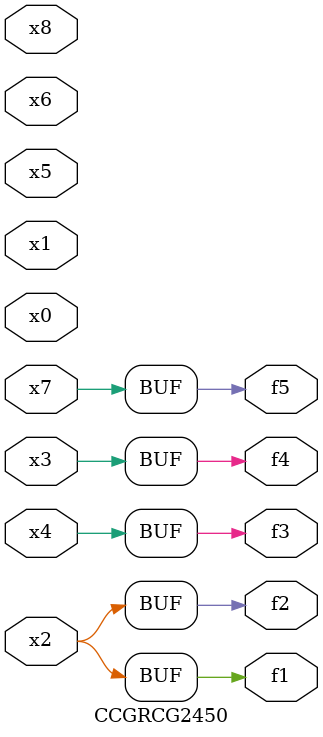
<source format=v>
module CCGRCG2450(
	input x0, x1, x2, x3, x4, x5, x6, x7, x8,
	output f1, f2, f3, f4, f5
);
	assign f1 = x2;
	assign f2 = x2;
	assign f3 = x4;
	assign f4 = x3;
	assign f5 = x7;
endmodule

</source>
